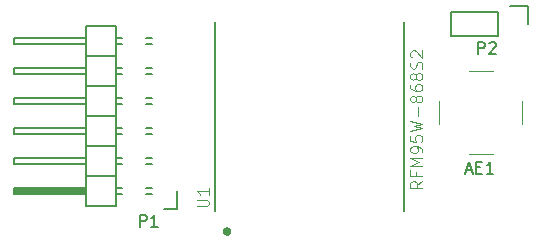
<source format=gto>
%TF.GenerationSoftware,KiCad,Pcbnew,5.0.1+dfsg1-3~bpo9+1*%
%TF.CreationDate,2018-11-26T19:46:47+01:00*%
%TF.ProjectId,LoRa_PMOD,4C6F52615F504D4F442E6B696361645F,rev?*%
%TF.SameCoordinates,Original*%
%TF.FileFunction,Legend,Top*%
%TF.FilePolarity,Positive*%
%FSLAX46Y46*%
G04 Gerber Fmt 4.6, Leading zero omitted, Abs format (unit mm)*
G04 Created by KiCad (PCBNEW 5.0.1+dfsg1-3~bpo9+1) date Mon 26 Nov 2018 07:46:47 PM CET*
%MOMM*%
%LPD*%
G01*
G04 APERTURE LIST*
%ADD10C,0.200000*%
%ADD11C,0.100000*%
%ADD12C,0.120000*%
%ADD13C,0.150000*%
%ADD14C,0.050000*%
G04 APERTURE END LIST*
D10*
%TO.C,U1*%
X105020000Y-118840000D02*
X105020000Y-102840000D01*
X121020000Y-102840000D02*
X121020000Y-118840000D01*
X106311550Y-120590000D02*
G75*
G03X106311550Y-120590000I-291550J0D01*
G01*
D11*
G36*
X105820000Y-120851500D02*
X105820000Y-120340000D01*
X106212200Y-120340000D01*
X106212200Y-120851500D01*
X105820000Y-120851500D01*
G37*
D12*
%TO.C,AE1*%
X126500000Y-106994800D02*
X128500000Y-106994800D01*
X131005200Y-109500000D02*
X131005200Y-111500000D01*
X128500000Y-114005200D02*
X126500000Y-114005200D01*
X123994800Y-111500000D02*
X123994800Y-109500000D01*
D13*
%TO.C,P1*%
X99141000Y-104699000D02*
X99649000Y-104699000D01*
X99141000Y-104191000D02*
X99649000Y-104191000D01*
X99141000Y-106731000D02*
X99649000Y-106731000D01*
X99141000Y-107239000D02*
X99649000Y-107239000D01*
X99141000Y-109271000D02*
X99649000Y-109271000D01*
X99141000Y-109779000D02*
X99649000Y-109779000D01*
X99141000Y-117399000D02*
X99649000Y-117399000D01*
X99141000Y-116891000D02*
X99649000Y-116891000D01*
X99141000Y-111811000D02*
X99649000Y-111811000D01*
X99141000Y-112319000D02*
X99649000Y-112319000D01*
X99141000Y-114351000D02*
X99649000Y-114351000D01*
X99141000Y-114859000D02*
X99649000Y-114859000D01*
X96601000Y-104191000D02*
X97109000Y-104191000D01*
X96601000Y-104699000D02*
X97109000Y-104699000D01*
X96601000Y-106731000D02*
X97109000Y-106731000D01*
X96601000Y-107239000D02*
X97109000Y-107239000D01*
X96601000Y-117399000D02*
X97109000Y-117399000D01*
X96601000Y-116891000D02*
X97109000Y-116891000D01*
X96601000Y-114859000D02*
X97109000Y-114859000D01*
X96601000Y-114351000D02*
X97109000Y-114351000D01*
X96601000Y-109271000D02*
X97109000Y-109271000D01*
X96601000Y-109779000D02*
X97109000Y-109779000D01*
X96601000Y-111811000D02*
X97109000Y-111811000D01*
X96601000Y-112319000D02*
X97109000Y-112319000D01*
X100665000Y-118695000D02*
X101815000Y-118695000D01*
X101815000Y-118695000D02*
X101815000Y-117145000D01*
X94061000Y-117272000D02*
X88092000Y-117272000D01*
X88092000Y-117272000D02*
X88092000Y-117018000D01*
X88092000Y-117018000D02*
X93934000Y-117018000D01*
X93934000Y-117018000D02*
X93934000Y-117145000D01*
X93934000Y-117145000D02*
X88092000Y-117145000D01*
X96601000Y-108255000D02*
X94061000Y-108255000D01*
X96601000Y-108255000D02*
X96601000Y-105715000D01*
X96601000Y-105715000D02*
X94061000Y-105715000D01*
X94061000Y-107239000D02*
X87965000Y-107239000D01*
X87965000Y-107239000D02*
X87965000Y-106731000D01*
X87965000Y-106731000D02*
X94061000Y-106731000D01*
X94061000Y-105715000D02*
X94061000Y-108255000D01*
X94061000Y-103175000D02*
X94061000Y-105715000D01*
X87965000Y-104191000D02*
X94061000Y-104191000D01*
X87965000Y-104699000D02*
X87965000Y-104191000D01*
X94061000Y-104699000D02*
X87965000Y-104699000D01*
X96601000Y-105715000D02*
X96601000Y-103175000D01*
X96601000Y-105715000D02*
X94061000Y-105715000D01*
X96601000Y-103175000D02*
X94061000Y-103175000D01*
X96601000Y-113335000D02*
X94061000Y-113335000D01*
X96601000Y-113335000D02*
X96601000Y-110795000D01*
X96601000Y-110795000D02*
X94061000Y-110795000D01*
X94061000Y-112319000D02*
X87965000Y-112319000D01*
X87965000Y-112319000D02*
X87965000Y-111811000D01*
X87965000Y-111811000D02*
X94061000Y-111811000D01*
X94061000Y-110795000D02*
X94061000Y-113335000D01*
X94061000Y-108255000D02*
X94061000Y-110795000D01*
X87965000Y-109271000D02*
X94061000Y-109271000D01*
X87965000Y-109779000D02*
X87965000Y-109271000D01*
X94061000Y-109779000D02*
X87965000Y-109779000D01*
X96601000Y-108255000D02*
X94061000Y-108255000D01*
X96601000Y-110795000D02*
X96601000Y-108255000D01*
X96601000Y-110795000D02*
X94061000Y-110795000D01*
X96601000Y-115875000D02*
X94061000Y-115875000D01*
X96601000Y-115875000D02*
X96601000Y-113335000D01*
X96601000Y-113335000D02*
X94061000Y-113335000D01*
X94061000Y-114859000D02*
X87965000Y-114859000D01*
X87965000Y-114859000D02*
X87965000Y-114351000D01*
X87965000Y-114351000D02*
X94061000Y-114351000D01*
X94061000Y-113335000D02*
X94061000Y-115875000D01*
X94061000Y-115875000D02*
X94061000Y-118415000D01*
X87965000Y-116891000D02*
X94061000Y-116891000D01*
X87965000Y-117399000D02*
X87965000Y-116891000D01*
X94061000Y-117399000D02*
X87965000Y-117399000D01*
X96601000Y-115875000D02*
X94061000Y-115875000D01*
X96601000Y-118415000D02*
X96601000Y-115875000D01*
X96601000Y-118415000D02*
X94061000Y-118415000D01*
%TO.C,P2*%
X129000000Y-102000000D02*
X129000000Y-104000000D01*
X129000000Y-104000000D02*
X125000000Y-104000000D01*
X125000000Y-104000000D02*
X125000000Y-102000000D01*
X125000000Y-102000000D02*
X129000000Y-102000000D01*
X130000000Y-101500000D02*
X131500000Y-101500000D01*
X131500000Y-101500000D02*
X131500000Y-103000000D01*
%TD*%
%TO.C,U1*%
D14*
X103451335Y-118463360D02*
X104262405Y-118463360D01*
X104357825Y-118415650D01*
X104405535Y-118367940D01*
X104453245Y-118272520D01*
X104453245Y-118081680D01*
X104405535Y-117986260D01*
X104357825Y-117938550D01*
X104262405Y-117890840D01*
X103451335Y-117890840D01*
X104453245Y-116888930D02*
X104453245Y-117461450D01*
X104453245Y-117175190D02*
X103451335Y-117175190D01*
X103594465Y-117270610D01*
X103689885Y-117366030D01*
X103737595Y-117461450D01*
X122553199Y-116323723D02*
X122076147Y-116657660D01*
X122553199Y-116896186D02*
X121551389Y-116896186D01*
X121551389Y-116514544D01*
X121599095Y-116419134D01*
X121646800Y-116371428D01*
X121742210Y-116323723D01*
X121885326Y-116323723D01*
X121980736Y-116371428D01*
X122028442Y-116419134D01*
X122076147Y-116514544D01*
X122076147Y-116896186D01*
X122028442Y-115560439D02*
X122028442Y-115894376D01*
X122553199Y-115894376D02*
X121551389Y-115894376D01*
X121551389Y-115417324D01*
X122553199Y-115035682D02*
X121551389Y-115035682D01*
X122266968Y-114701745D01*
X121551389Y-114367808D01*
X122553199Y-114367808D01*
X122553199Y-113843051D02*
X122553199Y-113652230D01*
X122505494Y-113556819D01*
X122457789Y-113509114D01*
X122314673Y-113413704D01*
X122123852Y-113365998D01*
X121742210Y-113365998D01*
X121646800Y-113413704D01*
X121599095Y-113461409D01*
X121551389Y-113556819D01*
X121551389Y-113747640D01*
X121599095Y-113843051D01*
X121646800Y-113890756D01*
X121742210Y-113938461D01*
X121980736Y-113938461D01*
X122076147Y-113890756D01*
X122123852Y-113843051D01*
X122171557Y-113747640D01*
X122171557Y-113556819D01*
X122123852Y-113461409D01*
X122076147Y-113413704D01*
X121980736Y-113365998D01*
X121551389Y-112459599D02*
X121551389Y-112936651D01*
X122028442Y-112984356D01*
X121980736Y-112936651D01*
X121933031Y-112841241D01*
X121933031Y-112602715D01*
X121980736Y-112507304D01*
X122028442Y-112459599D01*
X122123852Y-112411894D01*
X122362378Y-112411894D01*
X122457789Y-112459599D01*
X122505494Y-112507304D01*
X122553199Y-112602715D01*
X122553199Y-112841241D01*
X122505494Y-112936651D01*
X122457789Y-112984356D01*
X121551389Y-112077957D02*
X122553199Y-111839431D01*
X121837621Y-111648610D01*
X122553199Y-111457789D01*
X121551389Y-111219263D01*
X122171557Y-110837621D02*
X122171557Y-110074337D01*
X121980736Y-109454169D02*
X121933031Y-109549579D01*
X121885326Y-109597285D01*
X121789915Y-109644990D01*
X121742210Y-109644990D01*
X121646800Y-109597285D01*
X121599095Y-109549579D01*
X121551389Y-109454169D01*
X121551389Y-109263348D01*
X121599095Y-109167937D01*
X121646800Y-109120232D01*
X121742210Y-109072527D01*
X121789915Y-109072527D01*
X121885326Y-109120232D01*
X121933031Y-109167937D01*
X121980736Y-109263348D01*
X121980736Y-109454169D01*
X122028442Y-109549579D01*
X122076147Y-109597285D01*
X122171557Y-109644990D01*
X122362378Y-109644990D01*
X122457789Y-109597285D01*
X122505494Y-109549579D01*
X122553199Y-109454169D01*
X122553199Y-109263348D01*
X122505494Y-109167937D01*
X122457789Y-109120232D01*
X122362378Y-109072527D01*
X122171557Y-109072527D01*
X122076147Y-109120232D01*
X122028442Y-109167937D01*
X121980736Y-109263348D01*
X121551389Y-108213833D02*
X121551389Y-108404654D01*
X121599095Y-108500064D01*
X121646800Y-108547769D01*
X121789915Y-108643180D01*
X121980736Y-108690885D01*
X122362378Y-108690885D01*
X122457789Y-108643180D01*
X122505494Y-108595475D01*
X122553199Y-108500064D01*
X122553199Y-108309243D01*
X122505494Y-108213833D01*
X122457789Y-108166127D01*
X122362378Y-108118422D01*
X122123852Y-108118422D01*
X122028442Y-108166127D01*
X121980736Y-108213833D01*
X121933031Y-108309243D01*
X121933031Y-108500064D01*
X121980736Y-108595475D01*
X122028442Y-108643180D01*
X122123852Y-108690885D01*
X121980736Y-107545959D02*
X121933031Y-107641370D01*
X121885326Y-107689075D01*
X121789915Y-107736780D01*
X121742210Y-107736780D01*
X121646800Y-107689075D01*
X121599095Y-107641370D01*
X121551389Y-107545959D01*
X121551389Y-107355138D01*
X121599095Y-107259728D01*
X121646800Y-107212023D01*
X121742210Y-107164317D01*
X121789915Y-107164317D01*
X121885326Y-107212023D01*
X121933031Y-107259728D01*
X121980736Y-107355138D01*
X121980736Y-107545959D01*
X122028442Y-107641370D01*
X122076147Y-107689075D01*
X122171557Y-107736780D01*
X122362378Y-107736780D01*
X122457789Y-107689075D01*
X122505494Y-107641370D01*
X122553199Y-107545959D01*
X122553199Y-107355138D01*
X122505494Y-107259728D01*
X122457789Y-107212023D01*
X122362378Y-107164317D01*
X122171557Y-107164317D01*
X122076147Y-107212023D01*
X122028442Y-107259728D01*
X121980736Y-107355138D01*
X122505494Y-106782675D02*
X122553199Y-106639560D01*
X122553199Y-106401034D01*
X122505494Y-106305623D01*
X122457789Y-106257918D01*
X122362378Y-106210213D01*
X122266968Y-106210213D01*
X122171557Y-106257918D01*
X122123852Y-106305623D01*
X122076147Y-106401034D01*
X122028442Y-106591855D01*
X121980736Y-106687265D01*
X121933031Y-106734970D01*
X121837621Y-106782675D01*
X121742210Y-106782675D01*
X121646800Y-106734970D01*
X121599095Y-106687265D01*
X121551389Y-106591855D01*
X121551389Y-106353328D01*
X121599095Y-106210213D01*
X121646800Y-105828571D02*
X121599095Y-105780865D01*
X121551389Y-105685455D01*
X121551389Y-105446929D01*
X121599095Y-105351518D01*
X121646800Y-105303813D01*
X121742210Y-105256108D01*
X121837621Y-105256108D01*
X121980736Y-105303813D01*
X122553199Y-105876276D01*
X122553199Y-105256108D01*
%TO.C,AE1*%
D13*
X126233333Y-115391666D02*
X126709523Y-115391666D01*
X126138095Y-115677380D02*
X126471428Y-114677380D01*
X126804761Y-115677380D01*
X127138095Y-115153571D02*
X127471428Y-115153571D01*
X127614285Y-115677380D02*
X127138095Y-115677380D01*
X127138095Y-114677380D01*
X127614285Y-114677380D01*
X128566666Y-115677380D02*
X127995238Y-115677380D01*
X128280952Y-115677380D02*
X128280952Y-114677380D01*
X128185714Y-114820238D01*
X128090476Y-114915476D01*
X127995238Y-114963095D01*
%TO.C,P1*%
X98636904Y-120177380D02*
X98636904Y-119177380D01*
X99017857Y-119177380D01*
X99113095Y-119225000D01*
X99160714Y-119272619D01*
X99208333Y-119367857D01*
X99208333Y-119510714D01*
X99160714Y-119605952D01*
X99113095Y-119653571D01*
X99017857Y-119701190D01*
X98636904Y-119701190D01*
X100160714Y-120177380D02*
X99589285Y-120177380D01*
X99875000Y-120177380D02*
X99875000Y-119177380D01*
X99779761Y-119320238D01*
X99684523Y-119415476D01*
X99589285Y-119463095D01*
%TO.C,P2*%
X127261904Y-105552380D02*
X127261904Y-104552380D01*
X127642857Y-104552380D01*
X127738095Y-104600000D01*
X127785714Y-104647619D01*
X127833333Y-104742857D01*
X127833333Y-104885714D01*
X127785714Y-104980952D01*
X127738095Y-105028571D01*
X127642857Y-105076190D01*
X127261904Y-105076190D01*
X128214285Y-104647619D02*
X128261904Y-104600000D01*
X128357142Y-104552380D01*
X128595238Y-104552380D01*
X128690476Y-104600000D01*
X128738095Y-104647619D01*
X128785714Y-104742857D01*
X128785714Y-104838095D01*
X128738095Y-104980952D01*
X128166666Y-105552380D01*
X128785714Y-105552380D01*
%TD*%
M02*

</source>
